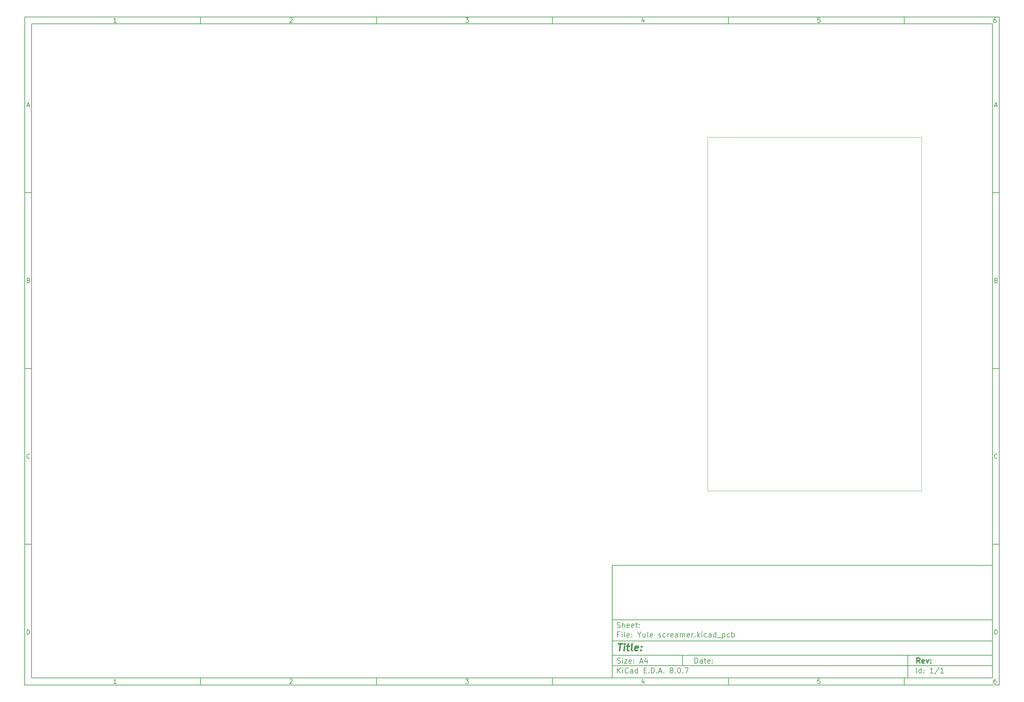
<source format=gbr>
%TF.GenerationSoftware,KiCad,Pcbnew,8.0.7*%
%TF.CreationDate,2024-12-12T07:23:30-07:00*%
%TF.ProjectId,Yule screamer,59756c65-2073-4637-9265-616d65722e6b,rev?*%
%TF.SameCoordinates,Original*%
%TF.FileFunction,Profile,NP*%
%FSLAX46Y46*%
G04 Gerber Fmt 4.6, Leading zero omitted, Abs format (unit mm)*
G04 Created by KiCad (PCBNEW 8.0.7) date 2024-12-12 07:23:30*
%MOMM*%
%LPD*%
G01*
G04 APERTURE LIST*
%ADD10C,0.100000*%
%ADD11C,0.150000*%
%ADD12C,0.300000*%
%ADD13C,0.400000*%
%TA.AperFunction,Profile*%
%ADD14C,0.100000*%
%TD*%
G04 APERTURE END LIST*
D10*
D11*
X177002200Y-166007200D02*
X285002200Y-166007200D01*
X285002200Y-198007200D01*
X177002200Y-198007200D01*
X177002200Y-166007200D01*
D10*
D11*
X10000000Y-10000000D02*
X287002200Y-10000000D01*
X287002200Y-200007200D01*
X10000000Y-200007200D01*
X10000000Y-10000000D01*
D10*
D11*
X12000000Y-12000000D02*
X285002200Y-12000000D01*
X285002200Y-198007200D01*
X12000000Y-198007200D01*
X12000000Y-12000000D01*
D10*
D11*
X60000000Y-12000000D02*
X60000000Y-10000000D01*
D10*
D11*
X110000000Y-12000000D02*
X110000000Y-10000000D01*
D10*
D11*
X160000000Y-12000000D02*
X160000000Y-10000000D01*
D10*
D11*
X210000000Y-12000000D02*
X210000000Y-10000000D01*
D10*
D11*
X260000000Y-12000000D02*
X260000000Y-10000000D01*
D10*
D11*
X36089160Y-11593604D02*
X35346303Y-11593604D01*
X35717731Y-11593604D02*
X35717731Y-10293604D01*
X35717731Y-10293604D02*
X35593922Y-10479319D01*
X35593922Y-10479319D02*
X35470112Y-10603128D01*
X35470112Y-10603128D02*
X35346303Y-10665033D01*
D10*
D11*
X85346303Y-10417414D02*
X85408207Y-10355509D01*
X85408207Y-10355509D02*
X85532017Y-10293604D01*
X85532017Y-10293604D02*
X85841541Y-10293604D01*
X85841541Y-10293604D02*
X85965350Y-10355509D01*
X85965350Y-10355509D02*
X86027255Y-10417414D01*
X86027255Y-10417414D02*
X86089160Y-10541223D01*
X86089160Y-10541223D02*
X86089160Y-10665033D01*
X86089160Y-10665033D02*
X86027255Y-10850747D01*
X86027255Y-10850747D02*
X85284398Y-11593604D01*
X85284398Y-11593604D02*
X86089160Y-11593604D01*
D10*
D11*
X135284398Y-10293604D02*
X136089160Y-10293604D01*
X136089160Y-10293604D02*
X135655826Y-10788842D01*
X135655826Y-10788842D02*
X135841541Y-10788842D01*
X135841541Y-10788842D02*
X135965350Y-10850747D01*
X135965350Y-10850747D02*
X136027255Y-10912652D01*
X136027255Y-10912652D02*
X136089160Y-11036461D01*
X136089160Y-11036461D02*
X136089160Y-11345985D01*
X136089160Y-11345985D02*
X136027255Y-11469795D01*
X136027255Y-11469795D02*
X135965350Y-11531700D01*
X135965350Y-11531700D02*
X135841541Y-11593604D01*
X135841541Y-11593604D02*
X135470112Y-11593604D01*
X135470112Y-11593604D02*
X135346303Y-11531700D01*
X135346303Y-11531700D02*
X135284398Y-11469795D01*
D10*
D11*
X185965350Y-10726938D02*
X185965350Y-11593604D01*
X185655826Y-10231700D02*
X185346303Y-11160271D01*
X185346303Y-11160271D02*
X186151064Y-11160271D01*
D10*
D11*
X236027255Y-10293604D02*
X235408207Y-10293604D01*
X235408207Y-10293604D02*
X235346303Y-10912652D01*
X235346303Y-10912652D02*
X235408207Y-10850747D01*
X235408207Y-10850747D02*
X235532017Y-10788842D01*
X235532017Y-10788842D02*
X235841541Y-10788842D01*
X235841541Y-10788842D02*
X235965350Y-10850747D01*
X235965350Y-10850747D02*
X236027255Y-10912652D01*
X236027255Y-10912652D02*
X236089160Y-11036461D01*
X236089160Y-11036461D02*
X236089160Y-11345985D01*
X236089160Y-11345985D02*
X236027255Y-11469795D01*
X236027255Y-11469795D02*
X235965350Y-11531700D01*
X235965350Y-11531700D02*
X235841541Y-11593604D01*
X235841541Y-11593604D02*
X235532017Y-11593604D01*
X235532017Y-11593604D02*
X235408207Y-11531700D01*
X235408207Y-11531700D02*
X235346303Y-11469795D01*
D10*
D11*
X285965350Y-10293604D02*
X285717731Y-10293604D01*
X285717731Y-10293604D02*
X285593922Y-10355509D01*
X285593922Y-10355509D02*
X285532017Y-10417414D01*
X285532017Y-10417414D02*
X285408207Y-10603128D01*
X285408207Y-10603128D02*
X285346303Y-10850747D01*
X285346303Y-10850747D02*
X285346303Y-11345985D01*
X285346303Y-11345985D02*
X285408207Y-11469795D01*
X285408207Y-11469795D02*
X285470112Y-11531700D01*
X285470112Y-11531700D02*
X285593922Y-11593604D01*
X285593922Y-11593604D02*
X285841541Y-11593604D01*
X285841541Y-11593604D02*
X285965350Y-11531700D01*
X285965350Y-11531700D02*
X286027255Y-11469795D01*
X286027255Y-11469795D02*
X286089160Y-11345985D01*
X286089160Y-11345985D02*
X286089160Y-11036461D01*
X286089160Y-11036461D02*
X286027255Y-10912652D01*
X286027255Y-10912652D02*
X285965350Y-10850747D01*
X285965350Y-10850747D02*
X285841541Y-10788842D01*
X285841541Y-10788842D02*
X285593922Y-10788842D01*
X285593922Y-10788842D02*
X285470112Y-10850747D01*
X285470112Y-10850747D02*
X285408207Y-10912652D01*
X285408207Y-10912652D02*
X285346303Y-11036461D01*
D10*
D11*
X60000000Y-198007200D02*
X60000000Y-200007200D01*
D10*
D11*
X110000000Y-198007200D02*
X110000000Y-200007200D01*
D10*
D11*
X160000000Y-198007200D02*
X160000000Y-200007200D01*
D10*
D11*
X210000000Y-198007200D02*
X210000000Y-200007200D01*
D10*
D11*
X260000000Y-198007200D02*
X260000000Y-200007200D01*
D10*
D11*
X36089160Y-199600804D02*
X35346303Y-199600804D01*
X35717731Y-199600804D02*
X35717731Y-198300804D01*
X35717731Y-198300804D02*
X35593922Y-198486519D01*
X35593922Y-198486519D02*
X35470112Y-198610328D01*
X35470112Y-198610328D02*
X35346303Y-198672233D01*
D10*
D11*
X85346303Y-198424614D02*
X85408207Y-198362709D01*
X85408207Y-198362709D02*
X85532017Y-198300804D01*
X85532017Y-198300804D02*
X85841541Y-198300804D01*
X85841541Y-198300804D02*
X85965350Y-198362709D01*
X85965350Y-198362709D02*
X86027255Y-198424614D01*
X86027255Y-198424614D02*
X86089160Y-198548423D01*
X86089160Y-198548423D02*
X86089160Y-198672233D01*
X86089160Y-198672233D02*
X86027255Y-198857947D01*
X86027255Y-198857947D02*
X85284398Y-199600804D01*
X85284398Y-199600804D02*
X86089160Y-199600804D01*
D10*
D11*
X135284398Y-198300804D02*
X136089160Y-198300804D01*
X136089160Y-198300804D02*
X135655826Y-198796042D01*
X135655826Y-198796042D02*
X135841541Y-198796042D01*
X135841541Y-198796042D02*
X135965350Y-198857947D01*
X135965350Y-198857947D02*
X136027255Y-198919852D01*
X136027255Y-198919852D02*
X136089160Y-199043661D01*
X136089160Y-199043661D02*
X136089160Y-199353185D01*
X136089160Y-199353185D02*
X136027255Y-199476995D01*
X136027255Y-199476995D02*
X135965350Y-199538900D01*
X135965350Y-199538900D02*
X135841541Y-199600804D01*
X135841541Y-199600804D02*
X135470112Y-199600804D01*
X135470112Y-199600804D02*
X135346303Y-199538900D01*
X135346303Y-199538900D02*
X135284398Y-199476995D01*
D10*
D11*
X185965350Y-198734138D02*
X185965350Y-199600804D01*
X185655826Y-198238900D02*
X185346303Y-199167471D01*
X185346303Y-199167471D02*
X186151064Y-199167471D01*
D10*
D11*
X236027255Y-198300804D02*
X235408207Y-198300804D01*
X235408207Y-198300804D02*
X235346303Y-198919852D01*
X235346303Y-198919852D02*
X235408207Y-198857947D01*
X235408207Y-198857947D02*
X235532017Y-198796042D01*
X235532017Y-198796042D02*
X235841541Y-198796042D01*
X235841541Y-198796042D02*
X235965350Y-198857947D01*
X235965350Y-198857947D02*
X236027255Y-198919852D01*
X236027255Y-198919852D02*
X236089160Y-199043661D01*
X236089160Y-199043661D02*
X236089160Y-199353185D01*
X236089160Y-199353185D02*
X236027255Y-199476995D01*
X236027255Y-199476995D02*
X235965350Y-199538900D01*
X235965350Y-199538900D02*
X235841541Y-199600804D01*
X235841541Y-199600804D02*
X235532017Y-199600804D01*
X235532017Y-199600804D02*
X235408207Y-199538900D01*
X235408207Y-199538900D02*
X235346303Y-199476995D01*
D10*
D11*
X285965350Y-198300804D02*
X285717731Y-198300804D01*
X285717731Y-198300804D02*
X285593922Y-198362709D01*
X285593922Y-198362709D02*
X285532017Y-198424614D01*
X285532017Y-198424614D02*
X285408207Y-198610328D01*
X285408207Y-198610328D02*
X285346303Y-198857947D01*
X285346303Y-198857947D02*
X285346303Y-199353185D01*
X285346303Y-199353185D02*
X285408207Y-199476995D01*
X285408207Y-199476995D02*
X285470112Y-199538900D01*
X285470112Y-199538900D02*
X285593922Y-199600804D01*
X285593922Y-199600804D02*
X285841541Y-199600804D01*
X285841541Y-199600804D02*
X285965350Y-199538900D01*
X285965350Y-199538900D02*
X286027255Y-199476995D01*
X286027255Y-199476995D02*
X286089160Y-199353185D01*
X286089160Y-199353185D02*
X286089160Y-199043661D01*
X286089160Y-199043661D02*
X286027255Y-198919852D01*
X286027255Y-198919852D02*
X285965350Y-198857947D01*
X285965350Y-198857947D02*
X285841541Y-198796042D01*
X285841541Y-198796042D02*
X285593922Y-198796042D01*
X285593922Y-198796042D02*
X285470112Y-198857947D01*
X285470112Y-198857947D02*
X285408207Y-198919852D01*
X285408207Y-198919852D02*
X285346303Y-199043661D01*
D10*
D11*
X10000000Y-60000000D02*
X12000000Y-60000000D01*
D10*
D11*
X10000000Y-110000000D02*
X12000000Y-110000000D01*
D10*
D11*
X10000000Y-160000000D02*
X12000000Y-160000000D01*
D10*
D11*
X10690476Y-35222176D02*
X11309523Y-35222176D01*
X10566666Y-35593604D02*
X10999999Y-34293604D01*
X10999999Y-34293604D02*
X11433333Y-35593604D01*
D10*
D11*
X11092857Y-84912652D02*
X11278571Y-84974557D01*
X11278571Y-84974557D02*
X11340476Y-85036461D01*
X11340476Y-85036461D02*
X11402380Y-85160271D01*
X11402380Y-85160271D02*
X11402380Y-85345985D01*
X11402380Y-85345985D02*
X11340476Y-85469795D01*
X11340476Y-85469795D02*
X11278571Y-85531700D01*
X11278571Y-85531700D02*
X11154761Y-85593604D01*
X11154761Y-85593604D02*
X10659523Y-85593604D01*
X10659523Y-85593604D02*
X10659523Y-84293604D01*
X10659523Y-84293604D02*
X11092857Y-84293604D01*
X11092857Y-84293604D02*
X11216666Y-84355509D01*
X11216666Y-84355509D02*
X11278571Y-84417414D01*
X11278571Y-84417414D02*
X11340476Y-84541223D01*
X11340476Y-84541223D02*
X11340476Y-84665033D01*
X11340476Y-84665033D02*
X11278571Y-84788842D01*
X11278571Y-84788842D02*
X11216666Y-84850747D01*
X11216666Y-84850747D02*
X11092857Y-84912652D01*
X11092857Y-84912652D02*
X10659523Y-84912652D01*
D10*
D11*
X11402380Y-135469795D02*
X11340476Y-135531700D01*
X11340476Y-135531700D02*
X11154761Y-135593604D01*
X11154761Y-135593604D02*
X11030952Y-135593604D01*
X11030952Y-135593604D02*
X10845238Y-135531700D01*
X10845238Y-135531700D02*
X10721428Y-135407890D01*
X10721428Y-135407890D02*
X10659523Y-135284080D01*
X10659523Y-135284080D02*
X10597619Y-135036461D01*
X10597619Y-135036461D02*
X10597619Y-134850747D01*
X10597619Y-134850747D02*
X10659523Y-134603128D01*
X10659523Y-134603128D02*
X10721428Y-134479319D01*
X10721428Y-134479319D02*
X10845238Y-134355509D01*
X10845238Y-134355509D02*
X11030952Y-134293604D01*
X11030952Y-134293604D02*
X11154761Y-134293604D01*
X11154761Y-134293604D02*
X11340476Y-134355509D01*
X11340476Y-134355509D02*
X11402380Y-134417414D01*
D10*
D11*
X10659523Y-185593604D02*
X10659523Y-184293604D01*
X10659523Y-184293604D02*
X10969047Y-184293604D01*
X10969047Y-184293604D02*
X11154761Y-184355509D01*
X11154761Y-184355509D02*
X11278571Y-184479319D01*
X11278571Y-184479319D02*
X11340476Y-184603128D01*
X11340476Y-184603128D02*
X11402380Y-184850747D01*
X11402380Y-184850747D02*
X11402380Y-185036461D01*
X11402380Y-185036461D02*
X11340476Y-185284080D01*
X11340476Y-185284080D02*
X11278571Y-185407890D01*
X11278571Y-185407890D02*
X11154761Y-185531700D01*
X11154761Y-185531700D02*
X10969047Y-185593604D01*
X10969047Y-185593604D02*
X10659523Y-185593604D01*
D10*
D11*
X287002200Y-60000000D02*
X285002200Y-60000000D01*
D10*
D11*
X287002200Y-110000000D02*
X285002200Y-110000000D01*
D10*
D11*
X287002200Y-160000000D02*
X285002200Y-160000000D01*
D10*
D11*
X285692676Y-35222176D02*
X286311723Y-35222176D01*
X285568866Y-35593604D02*
X286002199Y-34293604D01*
X286002199Y-34293604D02*
X286435533Y-35593604D01*
D10*
D11*
X286095057Y-84912652D02*
X286280771Y-84974557D01*
X286280771Y-84974557D02*
X286342676Y-85036461D01*
X286342676Y-85036461D02*
X286404580Y-85160271D01*
X286404580Y-85160271D02*
X286404580Y-85345985D01*
X286404580Y-85345985D02*
X286342676Y-85469795D01*
X286342676Y-85469795D02*
X286280771Y-85531700D01*
X286280771Y-85531700D02*
X286156961Y-85593604D01*
X286156961Y-85593604D02*
X285661723Y-85593604D01*
X285661723Y-85593604D02*
X285661723Y-84293604D01*
X285661723Y-84293604D02*
X286095057Y-84293604D01*
X286095057Y-84293604D02*
X286218866Y-84355509D01*
X286218866Y-84355509D02*
X286280771Y-84417414D01*
X286280771Y-84417414D02*
X286342676Y-84541223D01*
X286342676Y-84541223D02*
X286342676Y-84665033D01*
X286342676Y-84665033D02*
X286280771Y-84788842D01*
X286280771Y-84788842D02*
X286218866Y-84850747D01*
X286218866Y-84850747D02*
X286095057Y-84912652D01*
X286095057Y-84912652D02*
X285661723Y-84912652D01*
D10*
D11*
X286404580Y-135469795D02*
X286342676Y-135531700D01*
X286342676Y-135531700D02*
X286156961Y-135593604D01*
X286156961Y-135593604D02*
X286033152Y-135593604D01*
X286033152Y-135593604D02*
X285847438Y-135531700D01*
X285847438Y-135531700D02*
X285723628Y-135407890D01*
X285723628Y-135407890D02*
X285661723Y-135284080D01*
X285661723Y-135284080D02*
X285599819Y-135036461D01*
X285599819Y-135036461D02*
X285599819Y-134850747D01*
X285599819Y-134850747D02*
X285661723Y-134603128D01*
X285661723Y-134603128D02*
X285723628Y-134479319D01*
X285723628Y-134479319D02*
X285847438Y-134355509D01*
X285847438Y-134355509D02*
X286033152Y-134293604D01*
X286033152Y-134293604D02*
X286156961Y-134293604D01*
X286156961Y-134293604D02*
X286342676Y-134355509D01*
X286342676Y-134355509D02*
X286404580Y-134417414D01*
D10*
D11*
X285661723Y-185593604D02*
X285661723Y-184293604D01*
X285661723Y-184293604D02*
X285971247Y-184293604D01*
X285971247Y-184293604D02*
X286156961Y-184355509D01*
X286156961Y-184355509D02*
X286280771Y-184479319D01*
X286280771Y-184479319D02*
X286342676Y-184603128D01*
X286342676Y-184603128D02*
X286404580Y-184850747D01*
X286404580Y-184850747D02*
X286404580Y-185036461D01*
X286404580Y-185036461D02*
X286342676Y-185284080D01*
X286342676Y-185284080D02*
X286280771Y-185407890D01*
X286280771Y-185407890D02*
X286156961Y-185531700D01*
X286156961Y-185531700D02*
X285971247Y-185593604D01*
X285971247Y-185593604D02*
X285661723Y-185593604D01*
D10*
D11*
X200458026Y-193793328D02*
X200458026Y-192293328D01*
X200458026Y-192293328D02*
X200815169Y-192293328D01*
X200815169Y-192293328D02*
X201029455Y-192364757D01*
X201029455Y-192364757D02*
X201172312Y-192507614D01*
X201172312Y-192507614D02*
X201243741Y-192650471D01*
X201243741Y-192650471D02*
X201315169Y-192936185D01*
X201315169Y-192936185D02*
X201315169Y-193150471D01*
X201315169Y-193150471D02*
X201243741Y-193436185D01*
X201243741Y-193436185D02*
X201172312Y-193579042D01*
X201172312Y-193579042D02*
X201029455Y-193721900D01*
X201029455Y-193721900D02*
X200815169Y-193793328D01*
X200815169Y-193793328D02*
X200458026Y-193793328D01*
X202600884Y-193793328D02*
X202600884Y-193007614D01*
X202600884Y-193007614D02*
X202529455Y-192864757D01*
X202529455Y-192864757D02*
X202386598Y-192793328D01*
X202386598Y-192793328D02*
X202100884Y-192793328D01*
X202100884Y-192793328D02*
X201958026Y-192864757D01*
X202600884Y-193721900D02*
X202458026Y-193793328D01*
X202458026Y-193793328D02*
X202100884Y-193793328D01*
X202100884Y-193793328D02*
X201958026Y-193721900D01*
X201958026Y-193721900D02*
X201886598Y-193579042D01*
X201886598Y-193579042D02*
X201886598Y-193436185D01*
X201886598Y-193436185D02*
X201958026Y-193293328D01*
X201958026Y-193293328D02*
X202100884Y-193221900D01*
X202100884Y-193221900D02*
X202458026Y-193221900D01*
X202458026Y-193221900D02*
X202600884Y-193150471D01*
X203100884Y-192793328D02*
X203672312Y-192793328D01*
X203315169Y-192293328D02*
X203315169Y-193579042D01*
X203315169Y-193579042D02*
X203386598Y-193721900D01*
X203386598Y-193721900D02*
X203529455Y-193793328D01*
X203529455Y-193793328D02*
X203672312Y-193793328D01*
X204743741Y-193721900D02*
X204600884Y-193793328D01*
X204600884Y-193793328D02*
X204315170Y-193793328D01*
X204315170Y-193793328D02*
X204172312Y-193721900D01*
X204172312Y-193721900D02*
X204100884Y-193579042D01*
X204100884Y-193579042D02*
X204100884Y-193007614D01*
X204100884Y-193007614D02*
X204172312Y-192864757D01*
X204172312Y-192864757D02*
X204315170Y-192793328D01*
X204315170Y-192793328D02*
X204600884Y-192793328D01*
X204600884Y-192793328D02*
X204743741Y-192864757D01*
X204743741Y-192864757D02*
X204815170Y-193007614D01*
X204815170Y-193007614D02*
X204815170Y-193150471D01*
X204815170Y-193150471D02*
X204100884Y-193293328D01*
X205458026Y-193650471D02*
X205529455Y-193721900D01*
X205529455Y-193721900D02*
X205458026Y-193793328D01*
X205458026Y-193793328D02*
X205386598Y-193721900D01*
X205386598Y-193721900D02*
X205458026Y-193650471D01*
X205458026Y-193650471D02*
X205458026Y-193793328D01*
X205458026Y-192864757D02*
X205529455Y-192936185D01*
X205529455Y-192936185D02*
X205458026Y-193007614D01*
X205458026Y-193007614D02*
X205386598Y-192936185D01*
X205386598Y-192936185D02*
X205458026Y-192864757D01*
X205458026Y-192864757D02*
X205458026Y-193007614D01*
D10*
D11*
X177002200Y-194507200D02*
X285002200Y-194507200D01*
D10*
D11*
X178458026Y-196593328D02*
X178458026Y-195093328D01*
X179315169Y-196593328D02*
X178672312Y-195736185D01*
X179315169Y-195093328D02*
X178458026Y-195950471D01*
X179958026Y-196593328D02*
X179958026Y-195593328D01*
X179958026Y-195093328D02*
X179886598Y-195164757D01*
X179886598Y-195164757D02*
X179958026Y-195236185D01*
X179958026Y-195236185D02*
X180029455Y-195164757D01*
X180029455Y-195164757D02*
X179958026Y-195093328D01*
X179958026Y-195093328D02*
X179958026Y-195236185D01*
X181529455Y-196450471D02*
X181458027Y-196521900D01*
X181458027Y-196521900D02*
X181243741Y-196593328D01*
X181243741Y-196593328D02*
X181100884Y-196593328D01*
X181100884Y-196593328D02*
X180886598Y-196521900D01*
X180886598Y-196521900D02*
X180743741Y-196379042D01*
X180743741Y-196379042D02*
X180672312Y-196236185D01*
X180672312Y-196236185D02*
X180600884Y-195950471D01*
X180600884Y-195950471D02*
X180600884Y-195736185D01*
X180600884Y-195736185D02*
X180672312Y-195450471D01*
X180672312Y-195450471D02*
X180743741Y-195307614D01*
X180743741Y-195307614D02*
X180886598Y-195164757D01*
X180886598Y-195164757D02*
X181100884Y-195093328D01*
X181100884Y-195093328D02*
X181243741Y-195093328D01*
X181243741Y-195093328D02*
X181458027Y-195164757D01*
X181458027Y-195164757D02*
X181529455Y-195236185D01*
X182815170Y-196593328D02*
X182815170Y-195807614D01*
X182815170Y-195807614D02*
X182743741Y-195664757D01*
X182743741Y-195664757D02*
X182600884Y-195593328D01*
X182600884Y-195593328D02*
X182315170Y-195593328D01*
X182315170Y-195593328D02*
X182172312Y-195664757D01*
X182815170Y-196521900D02*
X182672312Y-196593328D01*
X182672312Y-196593328D02*
X182315170Y-196593328D01*
X182315170Y-196593328D02*
X182172312Y-196521900D01*
X182172312Y-196521900D02*
X182100884Y-196379042D01*
X182100884Y-196379042D02*
X182100884Y-196236185D01*
X182100884Y-196236185D02*
X182172312Y-196093328D01*
X182172312Y-196093328D02*
X182315170Y-196021900D01*
X182315170Y-196021900D02*
X182672312Y-196021900D01*
X182672312Y-196021900D02*
X182815170Y-195950471D01*
X184172313Y-196593328D02*
X184172313Y-195093328D01*
X184172313Y-196521900D02*
X184029455Y-196593328D01*
X184029455Y-196593328D02*
X183743741Y-196593328D01*
X183743741Y-196593328D02*
X183600884Y-196521900D01*
X183600884Y-196521900D02*
X183529455Y-196450471D01*
X183529455Y-196450471D02*
X183458027Y-196307614D01*
X183458027Y-196307614D02*
X183458027Y-195879042D01*
X183458027Y-195879042D02*
X183529455Y-195736185D01*
X183529455Y-195736185D02*
X183600884Y-195664757D01*
X183600884Y-195664757D02*
X183743741Y-195593328D01*
X183743741Y-195593328D02*
X184029455Y-195593328D01*
X184029455Y-195593328D02*
X184172313Y-195664757D01*
X186029455Y-195807614D02*
X186529455Y-195807614D01*
X186743741Y-196593328D02*
X186029455Y-196593328D01*
X186029455Y-196593328D02*
X186029455Y-195093328D01*
X186029455Y-195093328D02*
X186743741Y-195093328D01*
X187386598Y-196450471D02*
X187458027Y-196521900D01*
X187458027Y-196521900D02*
X187386598Y-196593328D01*
X187386598Y-196593328D02*
X187315170Y-196521900D01*
X187315170Y-196521900D02*
X187386598Y-196450471D01*
X187386598Y-196450471D02*
X187386598Y-196593328D01*
X188100884Y-196593328D02*
X188100884Y-195093328D01*
X188100884Y-195093328D02*
X188458027Y-195093328D01*
X188458027Y-195093328D02*
X188672313Y-195164757D01*
X188672313Y-195164757D02*
X188815170Y-195307614D01*
X188815170Y-195307614D02*
X188886599Y-195450471D01*
X188886599Y-195450471D02*
X188958027Y-195736185D01*
X188958027Y-195736185D02*
X188958027Y-195950471D01*
X188958027Y-195950471D02*
X188886599Y-196236185D01*
X188886599Y-196236185D02*
X188815170Y-196379042D01*
X188815170Y-196379042D02*
X188672313Y-196521900D01*
X188672313Y-196521900D02*
X188458027Y-196593328D01*
X188458027Y-196593328D02*
X188100884Y-196593328D01*
X189600884Y-196450471D02*
X189672313Y-196521900D01*
X189672313Y-196521900D02*
X189600884Y-196593328D01*
X189600884Y-196593328D02*
X189529456Y-196521900D01*
X189529456Y-196521900D02*
X189600884Y-196450471D01*
X189600884Y-196450471D02*
X189600884Y-196593328D01*
X190243742Y-196164757D02*
X190958028Y-196164757D01*
X190100885Y-196593328D02*
X190600885Y-195093328D01*
X190600885Y-195093328D02*
X191100885Y-196593328D01*
X191600884Y-196450471D02*
X191672313Y-196521900D01*
X191672313Y-196521900D02*
X191600884Y-196593328D01*
X191600884Y-196593328D02*
X191529456Y-196521900D01*
X191529456Y-196521900D02*
X191600884Y-196450471D01*
X191600884Y-196450471D02*
X191600884Y-196593328D01*
X193672313Y-195736185D02*
X193529456Y-195664757D01*
X193529456Y-195664757D02*
X193458027Y-195593328D01*
X193458027Y-195593328D02*
X193386599Y-195450471D01*
X193386599Y-195450471D02*
X193386599Y-195379042D01*
X193386599Y-195379042D02*
X193458027Y-195236185D01*
X193458027Y-195236185D02*
X193529456Y-195164757D01*
X193529456Y-195164757D02*
X193672313Y-195093328D01*
X193672313Y-195093328D02*
X193958027Y-195093328D01*
X193958027Y-195093328D02*
X194100885Y-195164757D01*
X194100885Y-195164757D02*
X194172313Y-195236185D01*
X194172313Y-195236185D02*
X194243742Y-195379042D01*
X194243742Y-195379042D02*
X194243742Y-195450471D01*
X194243742Y-195450471D02*
X194172313Y-195593328D01*
X194172313Y-195593328D02*
X194100885Y-195664757D01*
X194100885Y-195664757D02*
X193958027Y-195736185D01*
X193958027Y-195736185D02*
X193672313Y-195736185D01*
X193672313Y-195736185D02*
X193529456Y-195807614D01*
X193529456Y-195807614D02*
X193458027Y-195879042D01*
X193458027Y-195879042D02*
X193386599Y-196021900D01*
X193386599Y-196021900D02*
X193386599Y-196307614D01*
X193386599Y-196307614D02*
X193458027Y-196450471D01*
X193458027Y-196450471D02*
X193529456Y-196521900D01*
X193529456Y-196521900D02*
X193672313Y-196593328D01*
X193672313Y-196593328D02*
X193958027Y-196593328D01*
X193958027Y-196593328D02*
X194100885Y-196521900D01*
X194100885Y-196521900D02*
X194172313Y-196450471D01*
X194172313Y-196450471D02*
X194243742Y-196307614D01*
X194243742Y-196307614D02*
X194243742Y-196021900D01*
X194243742Y-196021900D02*
X194172313Y-195879042D01*
X194172313Y-195879042D02*
X194100885Y-195807614D01*
X194100885Y-195807614D02*
X193958027Y-195736185D01*
X194886598Y-196450471D02*
X194958027Y-196521900D01*
X194958027Y-196521900D02*
X194886598Y-196593328D01*
X194886598Y-196593328D02*
X194815170Y-196521900D01*
X194815170Y-196521900D02*
X194886598Y-196450471D01*
X194886598Y-196450471D02*
X194886598Y-196593328D01*
X195886599Y-195093328D02*
X196029456Y-195093328D01*
X196029456Y-195093328D02*
X196172313Y-195164757D01*
X196172313Y-195164757D02*
X196243742Y-195236185D01*
X196243742Y-195236185D02*
X196315170Y-195379042D01*
X196315170Y-195379042D02*
X196386599Y-195664757D01*
X196386599Y-195664757D02*
X196386599Y-196021900D01*
X196386599Y-196021900D02*
X196315170Y-196307614D01*
X196315170Y-196307614D02*
X196243742Y-196450471D01*
X196243742Y-196450471D02*
X196172313Y-196521900D01*
X196172313Y-196521900D02*
X196029456Y-196593328D01*
X196029456Y-196593328D02*
X195886599Y-196593328D01*
X195886599Y-196593328D02*
X195743742Y-196521900D01*
X195743742Y-196521900D02*
X195672313Y-196450471D01*
X195672313Y-196450471D02*
X195600884Y-196307614D01*
X195600884Y-196307614D02*
X195529456Y-196021900D01*
X195529456Y-196021900D02*
X195529456Y-195664757D01*
X195529456Y-195664757D02*
X195600884Y-195379042D01*
X195600884Y-195379042D02*
X195672313Y-195236185D01*
X195672313Y-195236185D02*
X195743742Y-195164757D01*
X195743742Y-195164757D02*
X195886599Y-195093328D01*
X197029455Y-196450471D02*
X197100884Y-196521900D01*
X197100884Y-196521900D02*
X197029455Y-196593328D01*
X197029455Y-196593328D02*
X196958027Y-196521900D01*
X196958027Y-196521900D02*
X197029455Y-196450471D01*
X197029455Y-196450471D02*
X197029455Y-196593328D01*
X197600884Y-195093328D02*
X198600884Y-195093328D01*
X198600884Y-195093328D02*
X197958027Y-196593328D01*
D10*
D11*
X177002200Y-191507200D02*
X285002200Y-191507200D01*
D10*
D12*
X264413853Y-193785528D02*
X263913853Y-193071242D01*
X263556710Y-193785528D02*
X263556710Y-192285528D01*
X263556710Y-192285528D02*
X264128139Y-192285528D01*
X264128139Y-192285528D02*
X264270996Y-192356957D01*
X264270996Y-192356957D02*
X264342425Y-192428385D01*
X264342425Y-192428385D02*
X264413853Y-192571242D01*
X264413853Y-192571242D02*
X264413853Y-192785528D01*
X264413853Y-192785528D02*
X264342425Y-192928385D01*
X264342425Y-192928385D02*
X264270996Y-192999814D01*
X264270996Y-192999814D02*
X264128139Y-193071242D01*
X264128139Y-193071242D02*
X263556710Y-193071242D01*
X265628139Y-193714100D02*
X265485282Y-193785528D01*
X265485282Y-193785528D02*
X265199568Y-193785528D01*
X265199568Y-193785528D02*
X265056710Y-193714100D01*
X265056710Y-193714100D02*
X264985282Y-193571242D01*
X264985282Y-193571242D02*
X264985282Y-192999814D01*
X264985282Y-192999814D02*
X265056710Y-192856957D01*
X265056710Y-192856957D02*
X265199568Y-192785528D01*
X265199568Y-192785528D02*
X265485282Y-192785528D01*
X265485282Y-192785528D02*
X265628139Y-192856957D01*
X265628139Y-192856957D02*
X265699568Y-192999814D01*
X265699568Y-192999814D02*
X265699568Y-193142671D01*
X265699568Y-193142671D02*
X264985282Y-193285528D01*
X266199567Y-192785528D02*
X266556710Y-193785528D01*
X266556710Y-193785528D02*
X266913853Y-192785528D01*
X267485281Y-193642671D02*
X267556710Y-193714100D01*
X267556710Y-193714100D02*
X267485281Y-193785528D01*
X267485281Y-193785528D02*
X267413853Y-193714100D01*
X267413853Y-193714100D02*
X267485281Y-193642671D01*
X267485281Y-193642671D02*
X267485281Y-193785528D01*
X267485281Y-192856957D02*
X267556710Y-192928385D01*
X267556710Y-192928385D02*
X267485281Y-192999814D01*
X267485281Y-192999814D02*
X267413853Y-192928385D01*
X267413853Y-192928385D02*
X267485281Y-192856957D01*
X267485281Y-192856957D02*
X267485281Y-192999814D01*
D10*
D11*
X178386598Y-193721900D02*
X178600884Y-193793328D01*
X178600884Y-193793328D02*
X178958026Y-193793328D01*
X178958026Y-193793328D02*
X179100884Y-193721900D01*
X179100884Y-193721900D02*
X179172312Y-193650471D01*
X179172312Y-193650471D02*
X179243741Y-193507614D01*
X179243741Y-193507614D02*
X179243741Y-193364757D01*
X179243741Y-193364757D02*
X179172312Y-193221900D01*
X179172312Y-193221900D02*
X179100884Y-193150471D01*
X179100884Y-193150471D02*
X178958026Y-193079042D01*
X178958026Y-193079042D02*
X178672312Y-193007614D01*
X178672312Y-193007614D02*
X178529455Y-192936185D01*
X178529455Y-192936185D02*
X178458026Y-192864757D01*
X178458026Y-192864757D02*
X178386598Y-192721900D01*
X178386598Y-192721900D02*
X178386598Y-192579042D01*
X178386598Y-192579042D02*
X178458026Y-192436185D01*
X178458026Y-192436185D02*
X178529455Y-192364757D01*
X178529455Y-192364757D02*
X178672312Y-192293328D01*
X178672312Y-192293328D02*
X179029455Y-192293328D01*
X179029455Y-192293328D02*
X179243741Y-192364757D01*
X179886597Y-193793328D02*
X179886597Y-192793328D01*
X179886597Y-192293328D02*
X179815169Y-192364757D01*
X179815169Y-192364757D02*
X179886597Y-192436185D01*
X179886597Y-192436185D02*
X179958026Y-192364757D01*
X179958026Y-192364757D02*
X179886597Y-192293328D01*
X179886597Y-192293328D02*
X179886597Y-192436185D01*
X180458026Y-192793328D02*
X181243741Y-192793328D01*
X181243741Y-192793328D02*
X180458026Y-193793328D01*
X180458026Y-193793328D02*
X181243741Y-193793328D01*
X182386598Y-193721900D02*
X182243741Y-193793328D01*
X182243741Y-193793328D02*
X181958027Y-193793328D01*
X181958027Y-193793328D02*
X181815169Y-193721900D01*
X181815169Y-193721900D02*
X181743741Y-193579042D01*
X181743741Y-193579042D02*
X181743741Y-193007614D01*
X181743741Y-193007614D02*
X181815169Y-192864757D01*
X181815169Y-192864757D02*
X181958027Y-192793328D01*
X181958027Y-192793328D02*
X182243741Y-192793328D01*
X182243741Y-192793328D02*
X182386598Y-192864757D01*
X182386598Y-192864757D02*
X182458027Y-193007614D01*
X182458027Y-193007614D02*
X182458027Y-193150471D01*
X182458027Y-193150471D02*
X181743741Y-193293328D01*
X183100883Y-193650471D02*
X183172312Y-193721900D01*
X183172312Y-193721900D02*
X183100883Y-193793328D01*
X183100883Y-193793328D02*
X183029455Y-193721900D01*
X183029455Y-193721900D02*
X183100883Y-193650471D01*
X183100883Y-193650471D02*
X183100883Y-193793328D01*
X183100883Y-192864757D02*
X183172312Y-192936185D01*
X183172312Y-192936185D02*
X183100883Y-193007614D01*
X183100883Y-193007614D02*
X183029455Y-192936185D01*
X183029455Y-192936185D02*
X183100883Y-192864757D01*
X183100883Y-192864757D02*
X183100883Y-193007614D01*
X184886598Y-193364757D02*
X185600884Y-193364757D01*
X184743741Y-193793328D02*
X185243741Y-192293328D01*
X185243741Y-192293328D02*
X185743741Y-193793328D01*
X186886598Y-192793328D02*
X186886598Y-193793328D01*
X186529455Y-192221900D02*
X186172312Y-193293328D01*
X186172312Y-193293328D02*
X187100883Y-193293328D01*
D10*
D11*
X263458026Y-196593328D02*
X263458026Y-195093328D01*
X264815170Y-196593328D02*
X264815170Y-195093328D01*
X264815170Y-196521900D02*
X264672312Y-196593328D01*
X264672312Y-196593328D02*
X264386598Y-196593328D01*
X264386598Y-196593328D02*
X264243741Y-196521900D01*
X264243741Y-196521900D02*
X264172312Y-196450471D01*
X264172312Y-196450471D02*
X264100884Y-196307614D01*
X264100884Y-196307614D02*
X264100884Y-195879042D01*
X264100884Y-195879042D02*
X264172312Y-195736185D01*
X264172312Y-195736185D02*
X264243741Y-195664757D01*
X264243741Y-195664757D02*
X264386598Y-195593328D01*
X264386598Y-195593328D02*
X264672312Y-195593328D01*
X264672312Y-195593328D02*
X264815170Y-195664757D01*
X265529455Y-196450471D02*
X265600884Y-196521900D01*
X265600884Y-196521900D02*
X265529455Y-196593328D01*
X265529455Y-196593328D02*
X265458027Y-196521900D01*
X265458027Y-196521900D02*
X265529455Y-196450471D01*
X265529455Y-196450471D02*
X265529455Y-196593328D01*
X265529455Y-195664757D02*
X265600884Y-195736185D01*
X265600884Y-195736185D02*
X265529455Y-195807614D01*
X265529455Y-195807614D02*
X265458027Y-195736185D01*
X265458027Y-195736185D02*
X265529455Y-195664757D01*
X265529455Y-195664757D02*
X265529455Y-195807614D01*
X268172313Y-196593328D02*
X267315170Y-196593328D01*
X267743741Y-196593328D02*
X267743741Y-195093328D01*
X267743741Y-195093328D02*
X267600884Y-195307614D01*
X267600884Y-195307614D02*
X267458027Y-195450471D01*
X267458027Y-195450471D02*
X267315170Y-195521900D01*
X269886598Y-195021900D02*
X268600884Y-196950471D01*
X271172313Y-196593328D02*
X270315170Y-196593328D01*
X270743741Y-196593328D02*
X270743741Y-195093328D01*
X270743741Y-195093328D02*
X270600884Y-195307614D01*
X270600884Y-195307614D02*
X270458027Y-195450471D01*
X270458027Y-195450471D02*
X270315170Y-195521900D01*
D10*
D11*
X177002200Y-187507200D02*
X285002200Y-187507200D01*
D10*
D13*
X178693928Y-188211638D02*
X179836785Y-188211638D01*
X179015357Y-190211638D02*
X179265357Y-188211638D01*
X180253452Y-190211638D02*
X180420119Y-188878304D01*
X180503452Y-188211638D02*
X180396309Y-188306876D01*
X180396309Y-188306876D02*
X180479643Y-188402114D01*
X180479643Y-188402114D02*
X180586786Y-188306876D01*
X180586786Y-188306876D02*
X180503452Y-188211638D01*
X180503452Y-188211638D02*
X180479643Y-188402114D01*
X181086786Y-188878304D02*
X181848690Y-188878304D01*
X181455833Y-188211638D02*
X181241548Y-189925923D01*
X181241548Y-189925923D02*
X181312976Y-190116400D01*
X181312976Y-190116400D02*
X181491548Y-190211638D01*
X181491548Y-190211638D02*
X181682024Y-190211638D01*
X182634405Y-190211638D02*
X182455833Y-190116400D01*
X182455833Y-190116400D02*
X182384405Y-189925923D01*
X182384405Y-189925923D02*
X182598690Y-188211638D01*
X184170119Y-190116400D02*
X183967738Y-190211638D01*
X183967738Y-190211638D02*
X183586785Y-190211638D01*
X183586785Y-190211638D02*
X183408214Y-190116400D01*
X183408214Y-190116400D02*
X183336785Y-189925923D01*
X183336785Y-189925923D02*
X183432024Y-189164019D01*
X183432024Y-189164019D02*
X183551071Y-188973542D01*
X183551071Y-188973542D02*
X183753452Y-188878304D01*
X183753452Y-188878304D02*
X184134404Y-188878304D01*
X184134404Y-188878304D02*
X184312976Y-188973542D01*
X184312976Y-188973542D02*
X184384404Y-189164019D01*
X184384404Y-189164019D02*
X184360595Y-189354495D01*
X184360595Y-189354495D02*
X183384404Y-189544971D01*
X185134405Y-190021161D02*
X185217738Y-190116400D01*
X185217738Y-190116400D02*
X185110595Y-190211638D01*
X185110595Y-190211638D02*
X185027262Y-190116400D01*
X185027262Y-190116400D02*
X185134405Y-190021161D01*
X185134405Y-190021161D02*
X185110595Y-190211638D01*
X185265357Y-188973542D02*
X185348690Y-189068780D01*
X185348690Y-189068780D02*
X185241548Y-189164019D01*
X185241548Y-189164019D02*
X185158214Y-189068780D01*
X185158214Y-189068780D02*
X185265357Y-188973542D01*
X185265357Y-188973542D02*
X185241548Y-189164019D01*
D10*
D11*
X178958026Y-185607614D02*
X178458026Y-185607614D01*
X178458026Y-186393328D02*
X178458026Y-184893328D01*
X178458026Y-184893328D02*
X179172312Y-184893328D01*
X179743740Y-186393328D02*
X179743740Y-185393328D01*
X179743740Y-184893328D02*
X179672312Y-184964757D01*
X179672312Y-184964757D02*
X179743740Y-185036185D01*
X179743740Y-185036185D02*
X179815169Y-184964757D01*
X179815169Y-184964757D02*
X179743740Y-184893328D01*
X179743740Y-184893328D02*
X179743740Y-185036185D01*
X180672312Y-186393328D02*
X180529455Y-186321900D01*
X180529455Y-186321900D02*
X180458026Y-186179042D01*
X180458026Y-186179042D02*
X180458026Y-184893328D01*
X181815169Y-186321900D02*
X181672312Y-186393328D01*
X181672312Y-186393328D02*
X181386598Y-186393328D01*
X181386598Y-186393328D02*
X181243740Y-186321900D01*
X181243740Y-186321900D02*
X181172312Y-186179042D01*
X181172312Y-186179042D02*
X181172312Y-185607614D01*
X181172312Y-185607614D02*
X181243740Y-185464757D01*
X181243740Y-185464757D02*
X181386598Y-185393328D01*
X181386598Y-185393328D02*
X181672312Y-185393328D01*
X181672312Y-185393328D02*
X181815169Y-185464757D01*
X181815169Y-185464757D02*
X181886598Y-185607614D01*
X181886598Y-185607614D02*
X181886598Y-185750471D01*
X181886598Y-185750471D02*
X181172312Y-185893328D01*
X182529454Y-186250471D02*
X182600883Y-186321900D01*
X182600883Y-186321900D02*
X182529454Y-186393328D01*
X182529454Y-186393328D02*
X182458026Y-186321900D01*
X182458026Y-186321900D02*
X182529454Y-186250471D01*
X182529454Y-186250471D02*
X182529454Y-186393328D01*
X182529454Y-185464757D02*
X182600883Y-185536185D01*
X182600883Y-185536185D02*
X182529454Y-185607614D01*
X182529454Y-185607614D02*
X182458026Y-185536185D01*
X182458026Y-185536185D02*
X182529454Y-185464757D01*
X182529454Y-185464757D02*
X182529454Y-185607614D01*
X184672312Y-185679042D02*
X184672312Y-186393328D01*
X184172312Y-184893328D02*
X184672312Y-185679042D01*
X184672312Y-185679042D02*
X185172312Y-184893328D01*
X186315169Y-185393328D02*
X186315169Y-186393328D01*
X185672311Y-185393328D02*
X185672311Y-186179042D01*
X185672311Y-186179042D02*
X185743740Y-186321900D01*
X185743740Y-186321900D02*
X185886597Y-186393328D01*
X185886597Y-186393328D02*
X186100883Y-186393328D01*
X186100883Y-186393328D02*
X186243740Y-186321900D01*
X186243740Y-186321900D02*
X186315169Y-186250471D01*
X187243740Y-186393328D02*
X187100883Y-186321900D01*
X187100883Y-186321900D02*
X187029454Y-186179042D01*
X187029454Y-186179042D02*
X187029454Y-184893328D01*
X188386597Y-186321900D02*
X188243740Y-186393328D01*
X188243740Y-186393328D02*
X187958026Y-186393328D01*
X187958026Y-186393328D02*
X187815168Y-186321900D01*
X187815168Y-186321900D02*
X187743740Y-186179042D01*
X187743740Y-186179042D02*
X187743740Y-185607614D01*
X187743740Y-185607614D02*
X187815168Y-185464757D01*
X187815168Y-185464757D02*
X187958026Y-185393328D01*
X187958026Y-185393328D02*
X188243740Y-185393328D01*
X188243740Y-185393328D02*
X188386597Y-185464757D01*
X188386597Y-185464757D02*
X188458026Y-185607614D01*
X188458026Y-185607614D02*
X188458026Y-185750471D01*
X188458026Y-185750471D02*
X187743740Y-185893328D01*
X190172311Y-186321900D02*
X190315168Y-186393328D01*
X190315168Y-186393328D02*
X190600882Y-186393328D01*
X190600882Y-186393328D02*
X190743739Y-186321900D01*
X190743739Y-186321900D02*
X190815168Y-186179042D01*
X190815168Y-186179042D02*
X190815168Y-186107614D01*
X190815168Y-186107614D02*
X190743739Y-185964757D01*
X190743739Y-185964757D02*
X190600882Y-185893328D01*
X190600882Y-185893328D02*
X190386597Y-185893328D01*
X190386597Y-185893328D02*
X190243739Y-185821900D01*
X190243739Y-185821900D02*
X190172311Y-185679042D01*
X190172311Y-185679042D02*
X190172311Y-185607614D01*
X190172311Y-185607614D02*
X190243739Y-185464757D01*
X190243739Y-185464757D02*
X190386597Y-185393328D01*
X190386597Y-185393328D02*
X190600882Y-185393328D01*
X190600882Y-185393328D02*
X190743739Y-185464757D01*
X192100883Y-186321900D02*
X191958025Y-186393328D01*
X191958025Y-186393328D02*
X191672311Y-186393328D01*
X191672311Y-186393328D02*
X191529454Y-186321900D01*
X191529454Y-186321900D02*
X191458025Y-186250471D01*
X191458025Y-186250471D02*
X191386597Y-186107614D01*
X191386597Y-186107614D02*
X191386597Y-185679042D01*
X191386597Y-185679042D02*
X191458025Y-185536185D01*
X191458025Y-185536185D02*
X191529454Y-185464757D01*
X191529454Y-185464757D02*
X191672311Y-185393328D01*
X191672311Y-185393328D02*
X191958025Y-185393328D01*
X191958025Y-185393328D02*
X192100883Y-185464757D01*
X192743739Y-186393328D02*
X192743739Y-185393328D01*
X192743739Y-185679042D02*
X192815168Y-185536185D01*
X192815168Y-185536185D02*
X192886597Y-185464757D01*
X192886597Y-185464757D02*
X193029454Y-185393328D01*
X193029454Y-185393328D02*
X193172311Y-185393328D01*
X194243739Y-186321900D02*
X194100882Y-186393328D01*
X194100882Y-186393328D02*
X193815168Y-186393328D01*
X193815168Y-186393328D02*
X193672310Y-186321900D01*
X193672310Y-186321900D02*
X193600882Y-186179042D01*
X193600882Y-186179042D02*
X193600882Y-185607614D01*
X193600882Y-185607614D02*
X193672310Y-185464757D01*
X193672310Y-185464757D02*
X193815168Y-185393328D01*
X193815168Y-185393328D02*
X194100882Y-185393328D01*
X194100882Y-185393328D02*
X194243739Y-185464757D01*
X194243739Y-185464757D02*
X194315168Y-185607614D01*
X194315168Y-185607614D02*
X194315168Y-185750471D01*
X194315168Y-185750471D02*
X193600882Y-185893328D01*
X195600882Y-186393328D02*
X195600882Y-185607614D01*
X195600882Y-185607614D02*
X195529453Y-185464757D01*
X195529453Y-185464757D02*
X195386596Y-185393328D01*
X195386596Y-185393328D02*
X195100882Y-185393328D01*
X195100882Y-185393328D02*
X194958024Y-185464757D01*
X195600882Y-186321900D02*
X195458024Y-186393328D01*
X195458024Y-186393328D02*
X195100882Y-186393328D01*
X195100882Y-186393328D02*
X194958024Y-186321900D01*
X194958024Y-186321900D02*
X194886596Y-186179042D01*
X194886596Y-186179042D02*
X194886596Y-186036185D01*
X194886596Y-186036185D02*
X194958024Y-185893328D01*
X194958024Y-185893328D02*
X195100882Y-185821900D01*
X195100882Y-185821900D02*
X195458024Y-185821900D01*
X195458024Y-185821900D02*
X195600882Y-185750471D01*
X196315167Y-186393328D02*
X196315167Y-185393328D01*
X196315167Y-185536185D02*
X196386596Y-185464757D01*
X196386596Y-185464757D02*
X196529453Y-185393328D01*
X196529453Y-185393328D02*
X196743739Y-185393328D01*
X196743739Y-185393328D02*
X196886596Y-185464757D01*
X196886596Y-185464757D02*
X196958025Y-185607614D01*
X196958025Y-185607614D02*
X196958025Y-186393328D01*
X196958025Y-185607614D02*
X197029453Y-185464757D01*
X197029453Y-185464757D02*
X197172310Y-185393328D01*
X197172310Y-185393328D02*
X197386596Y-185393328D01*
X197386596Y-185393328D02*
X197529453Y-185464757D01*
X197529453Y-185464757D02*
X197600882Y-185607614D01*
X197600882Y-185607614D02*
X197600882Y-186393328D01*
X198886596Y-186321900D02*
X198743739Y-186393328D01*
X198743739Y-186393328D02*
X198458025Y-186393328D01*
X198458025Y-186393328D02*
X198315167Y-186321900D01*
X198315167Y-186321900D02*
X198243739Y-186179042D01*
X198243739Y-186179042D02*
X198243739Y-185607614D01*
X198243739Y-185607614D02*
X198315167Y-185464757D01*
X198315167Y-185464757D02*
X198458025Y-185393328D01*
X198458025Y-185393328D02*
X198743739Y-185393328D01*
X198743739Y-185393328D02*
X198886596Y-185464757D01*
X198886596Y-185464757D02*
X198958025Y-185607614D01*
X198958025Y-185607614D02*
X198958025Y-185750471D01*
X198958025Y-185750471D02*
X198243739Y-185893328D01*
X199600881Y-186393328D02*
X199600881Y-185393328D01*
X199600881Y-185679042D02*
X199672310Y-185536185D01*
X199672310Y-185536185D02*
X199743739Y-185464757D01*
X199743739Y-185464757D02*
X199886596Y-185393328D01*
X199886596Y-185393328D02*
X200029453Y-185393328D01*
X200529452Y-186250471D02*
X200600881Y-186321900D01*
X200600881Y-186321900D02*
X200529452Y-186393328D01*
X200529452Y-186393328D02*
X200458024Y-186321900D01*
X200458024Y-186321900D02*
X200529452Y-186250471D01*
X200529452Y-186250471D02*
X200529452Y-186393328D01*
X201243738Y-186393328D02*
X201243738Y-184893328D01*
X201386596Y-185821900D02*
X201815167Y-186393328D01*
X201815167Y-185393328D02*
X201243738Y-185964757D01*
X202458024Y-186393328D02*
X202458024Y-185393328D01*
X202458024Y-184893328D02*
X202386596Y-184964757D01*
X202386596Y-184964757D02*
X202458024Y-185036185D01*
X202458024Y-185036185D02*
X202529453Y-184964757D01*
X202529453Y-184964757D02*
X202458024Y-184893328D01*
X202458024Y-184893328D02*
X202458024Y-185036185D01*
X203815168Y-186321900D02*
X203672310Y-186393328D01*
X203672310Y-186393328D02*
X203386596Y-186393328D01*
X203386596Y-186393328D02*
X203243739Y-186321900D01*
X203243739Y-186321900D02*
X203172310Y-186250471D01*
X203172310Y-186250471D02*
X203100882Y-186107614D01*
X203100882Y-186107614D02*
X203100882Y-185679042D01*
X203100882Y-185679042D02*
X203172310Y-185536185D01*
X203172310Y-185536185D02*
X203243739Y-185464757D01*
X203243739Y-185464757D02*
X203386596Y-185393328D01*
X203386596Y-185393328D02*
X203672310Y-185393328D01*
X203672310Y-185393328D02*
X203815168Y-185464757D01*
X205100882Y-186393328D02*
X205100882Y-185607614D01*
X205100882Y-185607614D02*
X205029453Y-185464757D01*
X205029453Y-185464757D02*
X204886596Y-185393328D01*
X204886596Y-185393328D02*
X204600882Y-185393328D01*
X204600882Y-185393328D02*
X204458024Y-185464757D01*
X205100882Y-186321900D02*
X204958024Y-186393328D01*
X204958024Y-186393328D02*
X204600882Y-186393328D01*
X204600882Y-186393328D02*
X204458024Y-186321900D01*
X204458024Y-186321900D02*
X204386596Y-186179042D01*
X204386596Y-186179042D02*
X204386596Y-186036185D01*
X204386596Y-186036185D02*
X204458024Y-185893328D01*
X204458024Y-185893328D02*
X204600882Y-185821900D01*
X204600882Y-185821900D02*
X204958024Y-185821900D01*
X204958024Y-185821900D02*
X205100882Y-185750471D01*
X206458025Y-186393328D02*
X206458025Y-184893328D01*
X206458025Y-186321900D02*
X206315167Y-186393328D01*
X206315167Y-186393328D02*
X206029453Y-186393328D01*
X206029453Y-186393328D02*
X205886596Y-186321900D01*
X205886596Y-186321900D02*
X205815167Y-186250471D01*
X205815167Y-186250471D02*
X205743739Y-186107614D01*
X205743739Y-186107614D02*
X205743739Y-185679042D01*
X205743739Y-185679042D02*
X205815167Y-185536185D01*
X205815167Y-185536185D02*
X205886596Y-185464757D01*
X205886596Y-185464757D02*
X206029453Y-185393328D01*
X206029453Y-185393328D02*
X206315167Y-185393328D01*
X206315167Y-185393328D02*
X206458025Y-185464757D01*
X206815168Y-186536185D02*
X207958025Y-186536185D01*
X208315167Y-185393328D02*
X208315167Y-186893328D01*
X208315167Y-185464757D02*
X208458025Y-185393328D01*
X208458025Y-185393328D02*
X208743739Y-185393328D01*
X208743739Y-185393328D02*
X208886596Y-185464757D01*
X208886596Y-185464757D02*
X208958025Y-185536185D01*
X208958025Y-185536185D02*
X209029453Y-185679042D01*
X209029453Y-185679042D02*
X209029453Y-186107614D01*
X209029453Y-186107614D02*
X208958025Y-186250471D01*
X208958025Y-186250471D02*
X208886596Y-186321900D01*
X208886596Y-186321900D02*
X208743739Y-186393328D01*
X208743739Y-186393328D02*
X208458025Y-186393328D01*
X208458025Y-186393328D02*
X208315167Y-186321900D01*
X210315168Y-186321900D02*
X210172310Y-186393328D01*
X210172310Y-186393328D02*
X209886596Y-186393328D01*
X209886596Y-186393328D02*
X209743739Y-186321900D01*
X209743739Y-186321900D02*
X209672310Y-186250471D01*
X209672310Y-186250471D02*
X209600882Y-186107614D01*
X209600882Y-186107614D02*
X209600882Y-185679042D01*
X209600882Y-185679042D02*
X209672310Y-185536185D01*
X209672310Y-185536185D02*
X209743739Y-185464757D01*
X209743739Y-185464757D02*
X209886596Y-185393328D01*
X209886596Y-185393328D02*
X210172310Y-185393328D01*
X210172310Y-185393328D02*
X210315168Y-185464757D01*
X210958024Y-186393328D02*
X210958024Y-184893328D01*
X210958024Y-185464757D02*
X211100882Y-185393328D01*
X211100882Y-185393328D02*
X211386596Y-185393328D01*
X211386596Y-185393328D02*
X211529453Y-185464757D01*
X211529453Y-185464757D02*
X211600882Y-185536185D01*
X211600882Y-185536185D02*
X211672310Y-185679042D01*
X211672310Y-185679042D02*
X211672310Y-186107614D01*
X211672310Y-186107614D02*
X211600882Y-186250471D01*
X211600882Y-186250471D02*
X211529453Y-186321900D01*
X211529453Y-186321900D02*
X211386596Y-186393328D01*
X211386596Y-186393328D02*
X211100882Y-186393328D01*
X211100882Y-186393328D02*
X210958024Y-186321900D01*
D10*
D11*
X177002200Y-181507200D02*
X285002200Y-181507200D01*
D10*
D11*
X178386598Y-183621900D02*
X178600884Y-183693328D01*
X178600884Y-183693328D02*
X178958026Y-183693328D01*
X178958026Y-183693328D02*
X179100884Y-183621900D01*
X179100884Y-183621900D02*
X179172312Y-183550471D01*
X179172312Y-183550471D02*
X179243741Y-183407614D01*
X179243741Y-183407614D02*
X179243741Y-183264757D01*
X179243741Y-183264757D02*
X179172312Y-183121900D01*
X179172312Y-183121900D02*
X179100884Y-183050471D01*
X179100884Y-183050471D02*
X178958026Y-182979042D01*
X178958026Y-182979042D02*
X178672312Y-182907614D01*
X178672312Y-182907614D02*
X178529455Y-182836185D01*
X178529455Y-182836185D02*
X178458026Y-182764757D01*
X178458026Y-182764757D02*
X178386598Y-182621900D01*
X178386598Y-182621900D02*
X178386598Y-182479042D01*
X178386598Y-182479042D02*
X178458026Y-182336185D01*
X178458026Y-182336185D02*
X178529455Y-182264757D01*
X178529455Y-182264757D02*
X178672312Y-182193328D01*
X178672312Y-182193328D02*
X179029455Y-182193328D01*
X179029455Y-182193328D02*
X179243741Y-182264757D01*
X179886597Y-183693328D02*
X179886597Y-182193328D01*
X180529455Y-183693328D02*
X180529455Y-182907614D01*
X180529455Y-182907614D02*
X180458026Y-182764757D01*
X180458026Y-182764757D02*
X180315169Y-182693328D01*
X180315169Y-182693328D02*
X180100883Y-182693328D01*
X180100883Y-182693328D02*
X179958026Y-182764757D01*
X179958026Y-182764757D02*
X179886597Y-182836185D01*
X181815169Y-183621900D02*
X181672312Y-183693328D01*
X181672312Y-183693328D02*
X181386598Y-183693328D01*
X181386598Y-183693328D02*
X181243740Y-183621900D01*
X181243740Y-183621900D02*
X181172312Y-183479042D01*
X181172312Y-183479042D02*
X181172312Y-182907614D01*
X181172312Y-182907614D02*
X181243740Y-182764757D01*
X181243740Y-182764757D02*
X181386598Y-182693328D01*
X181386598Y-182693328D02*
X181672312Y-182693328D01*
X181672312Y-182693328D02*
X181815169Y-182764757D01*
X181815169Y-182764757D02*
X181886598Y-182907614D01*
X181886598Y-182907614D02*
X181886598Y-183050471D01*
X181886598Y-183050471D02*
X181172312Y-183193328D01*
X183100883Y-183621900D02*
X182958026Y-183693328D01*
X182958026Y-183693328D02*
X182672312Y-183693328D01*
X182672312Y-183693328D02*
X182529454Y-183621900D01*
X182529454Y-183621900D02*
X182458026Y-183479042D01*
X182458026Y-183479042D02*
X182458026Y-182907614D01*
X182458026Y-182907614D02*
X182529454Y-182764757D01*
X182529454Y-182764757D02*
X182672312Y-182693328D01*
X182672312Y-182693328D02*
X182958026Y-182693328D01*
X182958026Y-182693328D02*
X183100883Y-182764757D01*
X183100883Y-182764757D02*
X183172312Y-182907614D01*
X183172312Y-182907614D02*
X183172312Y-183050471D01*
X183172312Y-183050471D02*
X182458026Y-183193328D01*
X183600883Y-182693328D02*
X184172311Y-182693328D01*
X183815168Y-182193328D02*
X183815168Y-183479042D01*
X183815168Y-183479042D02*
X183886597Y-183621900D01*
X183886597Y-183621900D02*
X184029454Y-183693328D01*
X184029454Y-183693328D02*
X184172311Y-183693328D01*
X184672311Y-183550471D02*
X184743740Y-183621900D01*
X184743740Y-183621900D02*
X184672311Y-183693328D01*
X184672311Y-183693328D02*
X184600883Y-183621900D01*
X184600883Y-183621900D02*
X184672311Y-183550471D01*
X184672311Y-183550471D02*
X184672311Y-183693328D01*
X184672311Y-182764757D02*
X184743740Y-182836185D01*
X184743740Y-182836185D02*
X184672311Y-182907614D01*
X184672311Y-182907614D02*
X184600883Y-182836185D01*
X184600883Y-182836185D02*
X184672311Y-182764757D01*
X184672311Y-182764757D02*
X184672311Y-182907614D01*
D10*
D11*
X197002200Y-191507200D02*
X197002200Y-194507200D01*
D10*
D11*
X261002200Y-191507200D02*
X261002200Y-198007200D01*
D14*
X204040000Y-44250000D02*
X264860000Y-44250000D01*
X264860000Y-144780000D01*
X204040000Y-144780000D01*
X204040000Y-44250000D01*
M02*

</source>
